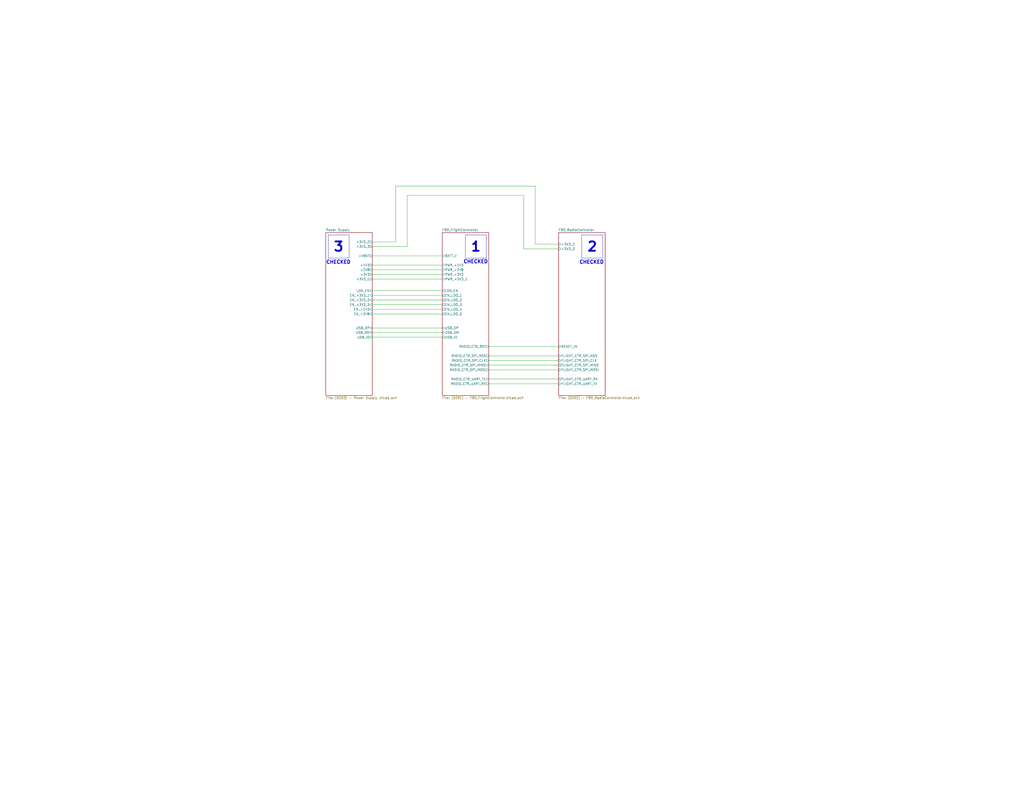
<source format=kicad_sch>
(kicad_sch
	(version 20231120)
	(generator "eeschema")
	(generator_version "8.0")
	(uuid "7b76c15c-a122-4b02-a22e-cad366359bbb")
	(paper "C")
	(title_block
		(title "_HW_Quadcopter")
		(date "2024-03-27")
		(rev "01")
		(company "Mend0z0")
		(comment 1 "01")
		(comment 2 "RELEASED")
		(comment 3 "Siavash Taher Parvar")
		(comment 8 "N/A")
		(comment 9 "First Version")
	)
	(lib_symbols)
	(wire
		(pts
			(xy 266.7 209.55) (xy 304.8 209.55)
		)
		(stroke
			(width 0)
			(type default)
		)
		(uuid "0b8977ed-6357-4c4c-bc51-b51198ee6ea0")
	)
	(wire
		(pts
			(xy 215.9 101.6) (xy 292.1 101.6)
		)
		(stroke
			(width 0)
			(type default)
		)
		(uuid "0d88cad9-5071-4708-aeda-8668b61f226f")
	)
	(wire
		(pts
			(xy 203.2 147.32) (xy 241.3 147.32)
		)
		(stroke
			(width 0)
			(type default)
		)
		(uuid "16e5743e-76e6-46d1-8181-9b3c6559e356")
	)
	(wire
		(pts
			(xy 285.75 135.89) (xy 285.75 106.68)
		)
		(stroke
			(width 0)
			(type default)
		)
		(uuid "198d7e9b-d975-4c0b-8687-69c4149c39c3")
	)
	(wire
		(pts
			(xy 266.7 189.23) (xy 304.8 189.23)
		)
		(stroke
			(width 0)
			(type default)
		)
		(uuid "1a3bf778-a223-4780-ad4a-8e31af369bcf")
	)
	(wire
		(pts
			(xy 292.1 133.35) (xy 304.8 133.35)
		)
		(stroke
			(width 0)
			(type default)
		)
		(uuid "1eb114bb-5c62-432a-91eb-dc88930f2000")
	)
	(wire
		(pts
			(xy 203.2 144.78) (xy 241.3 144.78)
		)
		(stroke
			(width 0)
			(type default)
		)
		(uuid "3e039463-32d4-4e9e-bf72-b9b183eb5aa3")
	)
	(wire
		(pts
			(xy 203.2 171.45) (xy 241.3 171.45)
		)
		(stroke
			(width 0)
			(type default)
		)
		(uuid "5b9f4703-4c0b-4f85-87a5-e93449a315c4")
	)
	(wire
		(pts
			(xy 203.2 163.83) (xy 241.3 163.83)
		)
		(stroke
			(width 0)
			(type default)
		)
		(uuid "5ba0066e-e52e-4ab0-a83a-25c312b1de16")
	)
	(wire
		(pts
			(xy 203.2 161.29) (xy 241.3 161.29)
		)
		(stroke
			(width 0)
			(type default)
		)
		(uuid "63d0300b-9e0d-4083-bd1c-8c58b31d1e3b")
	)
	(wire
		(pts
			(xy 285.75 106.68) (xy 222.25 106.68)
		)
		(stroke
			(width 0)
			(type default)
		)
		(uuid "640b69f2-3242-44f6-91a3-3cab52946f5e")
	)
	(wire
		(pts
			(xy 203.2 166.37) (xy 241.3 166.37)
		)
		(stroke
			(width 0)
			(type default)
		)
		(uuid "65fabcb7-d171-4ebb-840c-d5e6ba671833")
	)
	(wire
		(pts
			(xy 266.7 194.31) (xy 304.8 194.31)
		)
		(stroke
			(width 0)
			(type default)
		)
		(uuid "67fb16d9-a5cf-42e9-8083-cb62416f7de5")
	)
	(wire
		(pts
			(xy 203.2 158.75) (xy 241.3 158.75)
		)
		(stroke
			(width 0)
			(type default)
		)
		(uuid "6ce8969b-3ce8-431e-acdc-fb7447ea8cb1")
	)
	(wire
		(pts
			(xy 266.7 201.93) (xy 304.8 201.93)
		)
		(stroke
			(width 0)
			(type default)
		)
		(uuid "73a21937-97e2-44fc-8f2d-1b9324a5727c")
	)
	(wire
		(pts
			(xy 203.2 139.7) (xy 241.3 139.7)
		)
		(stroke
			(width 0)
			(type default)
		)
		(uuid "7695c81d-e38d-4106-8b84-61b62f926b6e")
	)
	(wire
		(pts
			(xy 266.7 196.85) (xy 304.8 196.85)
		)
		(stroke
			(width 0)
			(type default)
		)
		(uuid "944194e3-90b3-4d81-8722-8e908dd3d013")
	)
	(wire
		(pts
			(xy 292.1 101.6) (xy 292.1 133.35)
		)
		(stroke
			(width 0)
			(type default)
		)
		(uuid "a1a80999-0210-49c5-a243-4ecc1a8a2b56")
	)
	(wire
		(pts
			(xy 215.9 132.08) (xy 215.9 101.6)
		)
		(stroke
			(width 0)
			(type default)
		)
		(uuid "aa2acbd3-9db2-439e-a45e-b4fc8ed99286")
	)
	(wire
		(pts
			(xy 203.2 179.07) (xy 241.3 179.07)
		)
		(stroke
			(width 0)
			(type default)
		)
		(uuid "b23c5dbe-bcb9-47bb-b913-3d9c42403007")
	)
	(wire
		(pts
			(xy 203.2 168.91) (xy 241.3 168.91)
		)
		(stroke
			(width 0)
			(type default)
		)
		(uuid "b47c02d0-4b21-4ac4-bc75-ac061b660d37")
	)
	(wire
		(pts
			(xy 222.25 106.68) (xy 222.25 134.62)
		)
		(stroke
			(width 0)
			(type default)
		)
		(uuid "b7dfe067-545f-44c6-a66a-6f360d5b32ca")
	)
	(wire
		(pts
			(xy 203.2 132.08) (xy 215.9 132.08)
		)
		(stroke
			(width 0)
			(type default)
		)
		(uuid "b9fc69a6-cca1-4c69-81cc-41c8b88e37ae")
	)
	(wire
		(pts
			(xy 266.7 199.39) (xy 304.8 199.39)
		)
		(stroke
			(width 0)
			(type default)
		)
		(uuid "c3cdacec-5d56-4684-8763-e6864f3094c3")
	)
	(wire
		(pts
			(xy 266.7 207.01) (xy 304.8 207.01)
		)
		(stroke
			(width 0)
			(type default)
		)
		(uuid "c6743896-70c2-4b2b-ae03-f8b8194079db")
	)
	(wire
		(pts
			(xy 222.25 134.62) (xy 203.2 134.62)
		)
		(stroke
			(width 0)
			(type default)
		)
		(uuid "ce273b00-0eb3-4ab8-9509-7aea6cc29912")
	)
	(wire
		(pts
			(xy 304.8 135.89) (xy 285.75 135.89)
		)
		(stroke
			(width 0)
			(type default)
		)
		(uuid "d56e43c6-ddf5-4191-b397-102d510281d2")
	)
	(wire
		(pts
			(xy 203.2 152.4) (xy 241.3 152.4)
		)
		(stroke
			(width 0)
			(type default)
		)
		(uuid "d6c35536-829f-41c1-ab76-315c3a645dd8")
	)
	(wire
		(pts
			(xy 203.2 149.86) (xy 241.3 149.86)
		)
		(stroke
			(width 0)
			(type default)
		)
		(uuid "dc48e21e-d9c0-4d4e-a32d-a60575450d6b")
	)
	(wire
		(pts
			(xy 203.2 184.15) (xy 241.3 184.15)
		)
		(stroke
			(width 0)
			(type default)
		)
		(uuid "e22d746d-2211-4cef-9351-8a88cb2dad76")
	)
	(wire
		(pts
			(xy 203.2 181.61) (xy 241.3 181.61)
		)
		(stroke
			(width 0)
			(type default)
		)
		(uuid "fae37232-0c46-4950-a43b-734c7db6ba1c")
	)
	(text_box "2"
		(exclude_from_sim no)
		(at 317.5 128.27 0)
		(size 11.43 12.7)
		(stroke
			(width 0)
			(type default)
		)
		(fill
			(type none)
		)
		(effects
			(font
				(size 5.08 5.08)
				(thickness 1.016)
				(bold yes)
			)
		)
		(uuid "8be8429e-32b9-48fe-a2bf-9d7cbc5b73c5")
	)
	(text_box "1"
		(exclude_from_sim no)
		(at 254 128.27 0)
		(size 11.43 12.7)
		(stroke
			(width 0)
			(type default)
		)
		(fill
			(type none)
		)
		(effects
			(font
				(size 5.08 5.08)
				(thickness 1.016)
				(bold yes)
			)
		)
		(uuid "93e65fd2-0092-42cf-9039-77bc71e41276")
	)
	(text_box "3"
		(exclude_from_sim no)
		(at 179.07 128.27 0)
		(size 11.43 12.7)
		(stroke
			(width 0)
			(type default)
		)
		(fill
			(type none)
		)
		(effects
			(font
				(size 5.08 5.08)
				(thickness 1.016)
				(bold yes)
			)
		)
		(uuid "b1dacbb9-8c6e-404a-9233-4cadfc2b7e9a")
	)
	(text "CHECKED"
		(exclude_from_sim no)
		(at 259.588 143.002 0)
		(effects
			(font
				(size 1.905 1.905)
				(thickness 0.381)
				(bold yes)
			)
		)
		(uuid "09a352e6-996e-4cb5-9c0f-822f182493d8")
	)
	(text "CHECKED"
		(exclude_from_sim no)
		(at 322.834 143.256 0)
		(effects
			(font
				(size 1.905 1.905)
				(thickness 0.381)
				(bold yes)
			)
		)
		(uuid "998e3b5a-f729-42bc-872f-7811d1ef62ca")
	)
	(text "CHECKED"
		(exclude_from_sim no)
		(at 184.658 143.256 0)
		(effects
			(font
				(size 1.905 1.905)
				(thickness 0.381)
				(bold yes)
			)
		)
		(uuid "b4c6e2a9-8e7d-44a8-8ff9-3196e4c74a65")
	)
	(sheet
		(at 177.8 127)
		(size 25.4 88.9)
		(fields_autoplaced yes)
		(stroke
			(width 0.1524)
			(type solid)
		)
		(fill
			(color 0 0 0 0.0000)
		)
		(uuid "0ce565c6-f8fe-4174-9716-15fae563dcc2")
		(property "Sheetname" "Power Supply"
			(at 177.8 126.2884 0)
			(effects
				(font
					(size 1.27 1.27)
				)
				(justify left bottom)
			)
		)
		(property "Sheetfile" "[0203] - Power Supply .kicad_sch"
			(at 177.8 216.4846 0)
			(effects
				(font
					(size 1.27 1.27)
				)
				(justify left top)
			)
		)
		(pin "EN_+3V3_1" input
			(at 203.2 161.29 0)
			(effects
				(font
					(size 1.27 1.27)
				)
				(justify right)
			)
			(uuid "11d9625d-8011-4d03-80ff-582e8d9f4949")
		)
		(pin "EN_+3V3_2" input
			(at 203.2 163.83 0)
			(effects
				(font
					(size 1.27 1.27)
				)
				(justify right)
			)
			(uuid "3ac33e34-5542-4fcf-8c58-ba0b94f224d1")
		)
		(pin "EN_+3V3_3" input
			(at 203.2 166.37 0)
			(effects
				(font
					(size 1.27 1.27)
				)
				(justify right)
			)
			(uuid "3c949d3b-ff09-4591-956a-28ccbccd3532")
		)
		(pin "+3V3_2" output
			(at 203.2 132.08 0)
			(effects
				(font
					(size 1.27 1.27)
				)
				(justify right)
			)
			(uuid "bcbc634b-4dfa-4f06-a0f7-c05154498502")
		)
		(pin "+3V3_3" output
			(at 203.2 134.62 0)
			(effects
				(font
					(size 1.27 1.27)
				)
				(justify right)
			)
			(uuid "c289fd37-1d5b-4c33-9bc6-c44cb1df9a16")
		)
		(pin "+3V3" output
			(at 203.2 149.86 0)
			(effects
				(font
					(size 1.27 1.27)
				)
				(justify right)
			)
			(uuid "831dc9ce-676d-4f0c-9948-60ad0e654a82")
		)
		(pin "+3V3_1" output
			(at 203.2 152.4 0)
			(effects
				(font
					(size 1.27 1.27)
				)
				(justify right)
			)
			(uuid "1da73c1b-4bdd-42d3-9d2a-94affb34337c")
		)
		(pin "+VBAT" output
			(at 203.2 139.7 0)
			(effects
				(font
					(size 1.27 1.27)
				)
				(justify right)
			)
			(uuid "8e549131-beae-449b-adae-f18a4da53eda")
		)
		(pin "USB_DP" bidirectional
			(at 203.2 179.07 0)
			(effects
				(font
					(size 1.27 1.27)
				)
				(justify right)
			)
			(uuid "3653dc3d-39bd-49f3-a278-ac8379a17ecb")
		)
		(pin "USB_DM" bidirectional
			(at 203.2 181.61 0)
			(effects
				(font
					(size 1.27 1.27)
				)
				(justify right)
			)
			(uuid "35c0865d-1d4e-4264-b820-21fba1587a1f")
		)
		(pin "USB_ID" input
			(at 203.2 184.15 0)
			(effects
				(font
					(size 1.27 1.27)
				)
				(justify right)
			)
			(uuid "dea9bb38-6171-454b-b40c-e563a37cadfe")
		)
		(pin "EN_+1V3" input
			(at 203.2 168.91 0)
			(effects
				(font
					(size 1.27 1.27)
				)
				(justify right)
			)
			(uuid "5985d04a-ed8d-4bf3-90ec-f6f4aeabefbd")
		)
		(pin "EN_+2V8" input
			(at 203.2 171.45 0)
			(effects
				(font
					(size 1.27 1.27)
				)
				(justify right)
			)
			(uuid "2ad0378d-e00e-45b9-adf8-ff1be2d610f6")
		)
		(pin "LDO_EN" input
			(at 203.2 158.75 0)
			(effects
				(font
					(size 1.27 1.27)
				)
				(justify right)
			)
			(uuid "759864a1-ea14-4669-b7e7-284d8dca6464")
		)
		(pin "+2V8" output
			(at 203.2 147.32 0)
			(effects
				(font
					(size 1.27 1.27)
				)
				(justify right)
			)
			(uuid "e27b6ec3-9b9d-4c93-8077-b8b41d287342")
		)
		(pin "+1V3" output
			(at 203.2 144.78 0)
			(effects
				(font
					(size 1.27 1.27)
				)
				(justify right)
			)
			(uuid "c9b9d97c-3e51-4102-97e3-1879c7576708")
		)
		(instances
			(project "_Sub_HW_Qcopter"
				(path "/b8703f06-b3da-4de2-b217-f104939b36e8/6184e84e-040e-4878-8152-76cf0b949e21"
					(page "5")
				)
			)
		)
	)
	(sheet
		(at 304.8 127)
		(size 25.4 88.9)
		(fields_autoplaced yes)
		(stroke
			(width 0.1524)
			(type solid)
		)
		(fill
			(color 0 0 0 0.0000)
		)
		(uuid "52ef12aa-708a-4c3e-bdcf-f4b54bf97795")
		(property "Sheetname" "FBD_RadioController"
			(at 304.8 126.2884 0)
			(effects
				(font
					(size 1.27 1.27)
				)
				(justify left bottom)
			)
		)
		(property "Sheetfile" "[0202] - FBD_RadioController.kicad_sch"
			(at 304.8 216.4846 0)
			(effects
				(font
					(size 1.27 1.27)
				)
				(justify left top)
			)
		)
		(pin "RESET_IN" input
			(at 304.8 189.23 180)
			(effects
				(font
					(size 1.27 1.27)
				)
				(justify left)
			)
			(uuid "3d31f141-0c41-49a2-8d0b-0a33de05887b")
		)
		(pin "FLIGHT_CTR_SPI_MOSI" input
			(at 304.8 201.93 180)
			(effects
				(font
					(size 1.27 1.27)
				)
				(justify left)
			)
			(uuid "172071e5-cfcf-448d-8e9d-944c2a5f944c")
		)
		(pin "FLIGHT_CTR_SPI_MISO" output
			(at 304.8 199.39 180)
			(effects
				(font
					(size 1.27 1.27)
				)
				(justify left)
			)
			(uuid "828f8ae0-df75-4374-8ed3-ddfb5b1cf3c0")
		)
		(pin "FLIGHT_CTR_SPI_CLK" input
			(at 304.8 196.85 180)
			(effects
				(font
					(size 1.27 1.27)
				)
				(justify left)
			)
			(uuid "540bbd98-7a9f-418a-9c0f-11827a345084")
		)
		(pin "FLIGHT_CTR_SPI_NSS" input
			(at 304.8 194.31 180)
			(effects
				(font
					(size 1.27 1.27)
				)
				(justify left)
			)
			(uuid "a748f09b-3086-418e-af60-2299bb5abcc5")
		)
		(pin "FLIGHT_CTR_UART_TX" input
			(at 304.8 209.55 180)
			(effects
				(font
					(size 1.27 1.27)
				)
				(justify left)
			)
			(uuid "3e492e0e-31fe-4435-b0b7-f3a9c28b3577")
		)
		(pin "FLIGHT_CTR_UART_RX" output
			(at 304.8 207.01 180)
			(effects
				(font
					(size 1.27 1.27)
				)
				(justify left)
			)
			(uuid "41b0292b-2375-4f23-a9ca-923be61fb3e7")
		)
		(pin "+3V3_3" input
			(at 304.8 135.89 180)
			(effects
				(font
					(size 1.27 1.27)
				)
				(justify left)
			)
			(uuid "ec1a3f75-c79a-4998-884a-0c7620efc76e")
		)
		(pin "+3V3_2" input
			(at 304.8 133.35 180)
			(effects
				(font
					(size 1.27 1.27)
				)
				(justify left)
			)
			(uuid "cc71316b-ba2c-4008-bc7c-8067e329cb96")
		)
		(instances
			(project "_Sub_HW_Qcopter"
				(path "/b8703f06-b3da-4de2-b217-f104939b36e8/6184e84e-040e-4878-8152-76cf0b949e21"
					(page "4")
				)
			)
		)
	)
	(sheet
		(at 241.3 127)
		(size 25.4 88.9)
		(fields_autoplaced yes)
		(stroke
			(width 0.1524)
			(type solid)
		)
		(fill
			(color 0 0 0 0.0000)
		)
		(uuid "e826979f-4a88-401c-bba5-a1c30231907a")
		(property "Sheetname" "FBD_FlightController"
			(at 241.3 126.2884 0)
			(effects
				(font
					(size 1.27 1.27)
				)
				(justify left bottom)
			)
		)
		(property "Sheetfile" "[0201] - FBD_FlightController.kicad_sch"
			(at 241.3 216.4846 0)
			(effects
				(font
					(size 1.27 1.27)
				)
				(justify left top)
			)
		)
		(pin "RADIO_CTR_SPI_NSS" output
			(at 266.7 194.31 0)
			(effects
				(font
					(size 1.27 1.27)
				)
				(justify right)
			)
			(uuid "7fa3995e-4036-4c5d-a2fc-b9e6effbe21a")
		)
		(pin "RADIO_CTR_SPI_MISO" input
			(at 266.7 199.39 0)
			(effects
				(font
					(size 1.27 1.27)
				)
				(justify right)
			)
			(uuid "8d59f722-0300-4446-8b62-6785412b8b61")
		)
		(pin "RADIO_CTR_SPI_MOSI" output
			(at 266.7 201.93 0)
			(effects
				(font
					(size 1.27 1.27)
				)
				(justify right)
			)
			(uuid "25778c2e-44cd-408a-8221-0f82ee1f93b5")
		)
		(pin "RADIO_CTR_SPI_CLK" output
			(at 266.7 196.85 0)
			(effects
				(font
					(size 1.27 1.27)
				)
				(justify right)
			)
			(uuid "168020cf-0412-46b7-bc7c-d5fae161da12")
		)
		(pin "EN_LDO_1" output
			(at 241.3 161.29 180)
			(effects
				(font
					(size 1.27 1.27)
				)
				(justify left)
			)
			(uuid "223bd550-54df-4095-ba97-32dc542cea0d")
		)
		(pin "EN_LDO_2" output
			(at 241.3 163.83 180)
			(effects
				(font
					(size 1.27 1.27)
				)
				(justify left)
			)
			(uuid "05c6e132-febf-49f7-886a-22f68e1676e0")
		)
		(pin "EN_LDO_3" output
			(at 241.3 166.37 180)
			(effects
				(font
					(size 1.27 1.27)
				)
				(justify left)
			)
			(uuid "d3d216ef-fa85-4e72-bdf3-139a1d5aa8fb")
		)
		(pin "RADIO_CTR_RST" output
			(at 266.7 189.23 0)
			(effects
				(font
					(size 1.27 1.27)
				)
				(justify right)
			)
			(uuid "cac23da6-b13f-4952-a7a4-f16c3341dabc")
		)
		(pin "USB_DP" bidirectional
			(at 241.3 179.07 180)
			(effects
				(font
					(size 1.27 1.27)
				)
				(justify left)
			)
			(uuid "123f0e64-7de5-4732-806f-da89d0477da9")
		)
		(pin "USB_DM" bidirectional
			(at 241.3 181.61 180)
			(effects
				(font
					(size 1.27 1.27)
				)
				(justify left)
			)
			(uuid "d57062b2-4a7d-4ffe-889d-a89ab322e5ce")
		)
		(pin "BATT_V" input
			(at 241.3 139.7 180)
			(effects
				(font
					(size 1.27 1.27)
				)
				(justify left)
			)
			(uuid "9052888e-fdad-476c-a3c3-3f50b5a2530b")
		)
		(pin "PWR_+1V3" input
			(at 241.3 144.78 180)
			(effects
				(font
					(size 1.27 1.27)
				)
				(justify left)
			)
			(uuid "8851b47e-e72c-4f3f-86b5-f485ae41f32b")
		)
		(pin "PWR_+2V8" input
			(at 241.3 147.32 180)
			(effects
				(font
					(size 1.27 1.27)
				)
				(justify left)
			)
			(uuid "ba99c3ec-d4e2-4295-b74c-3b5de1943bde")
		)
		(pin "PWR_+3V3" input
			(at 241.3 149.86 180)
			(effects
				(font
					(size 1.27 1.27)
				)
				(justify left)
			)
			(uuid "d28f3da0-8a13-49fe-a634-e78a8294afef")
		)
		(pin "RADIO_CTR_UART_RX" output
			(at 266.7 209.55 0)
			(effects
				(font
					(size 1.27 1.27)
				)
				(justify right)
			)
			(uuid "000d15c9-76cd-4729-bfae-2e7922339732")
		)
		(pin "RADIO_CTR_UART_TX" input
			(at 266.7 207.01 0)
			(effects
				(font
					(size 1.27 1.27)
				)
				(justify right)
			)
			(uuid "e4f716ec-bfa0-4b5c-9054-d75c4aea8e05")
		)
		(pin "EN_LDO_4" output
			(at 241.3 168.91 180)
			(effects
				(font
					(size 1.27 1.27)
				)
				(justify left)
			)
			(uuid "f8f2931d-902e-494e-b80a-5420dabd61f9")
		)
		(pin "EN_LDO_5" output
			(at 241.3 171.45 180)
			(effects
				(font
					(size 1.27 1.27)
				)
				(justify left)
			)
			(uuid "013955a7-ccf1-4310-9ef5-d150528cdcee")
		)
		(pin "LDO_EN" output
			(at 241.3 158.75 180)
			(effects
				(font
					(size 1.27 1.27)
				)
				(justify left)
			)
			(uuid "b833c965-4752-4c52-8bfb-ccdb9d5eb3dc")
		)
		(pin "PWR_+3V3_1" input
			(at 241.3 152.4 180)
			(effects
				(font
					(size 1.27 1.27)
				)
				(justify left)
			)
			(uuid "487f0b99-8b70-4a4e-9f4c-5be5855d806e")
		)
		(pin "USB_ID" output
			(at 241.3 184.15 180)
			(effects
				(font
					(size 1.27 1.27)
				)
				(justify left)
			)
			(uuid "91be0679-7921-4b37-ac48-1e67bc0a5a43")
		)
		(instances
			(project "_Sub_HW_Qcopter"
				(path "/b8703f06-b3da-4de2-b217-f104939b36e8/6184e84e-040e-4878-8152-76cf0b949e21"
					(page "3")
				)
			)
		)
	)
)
</source>
